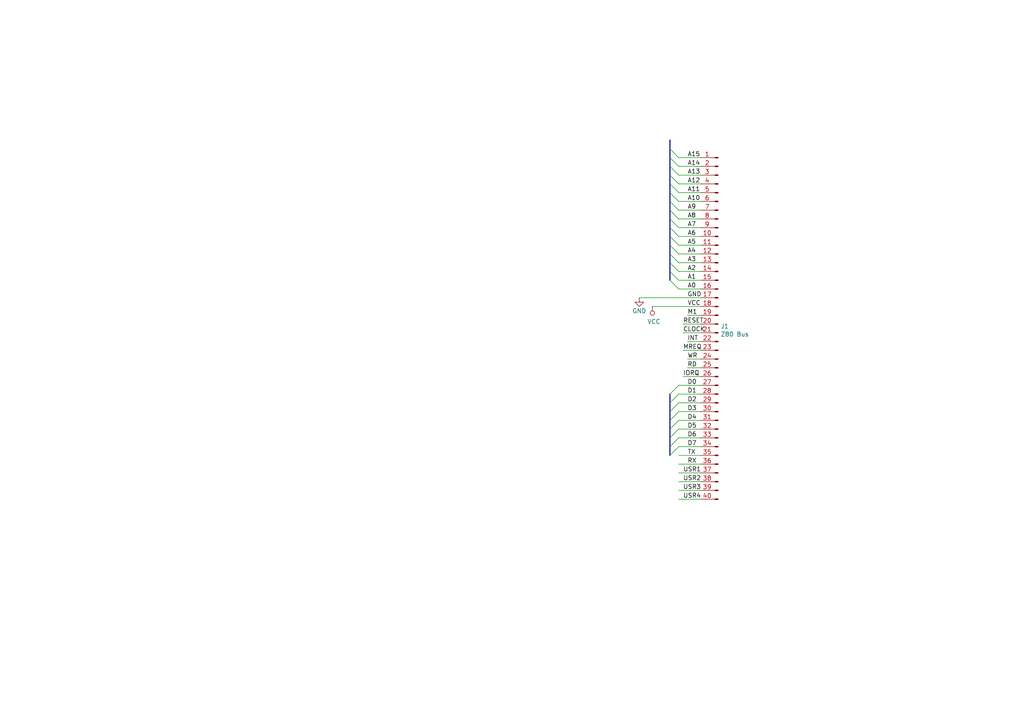
<source format=kicad_sch>
(kicad_sch
	(version 20231120)
	(generator "eeschema")
	(generator_version "8.0")
	(uuid "c69bad52-9433-492e-970b-ecd19f200f0a")
	(paper "A4")
	(title_block
		(title "aZ80 Template")
		(date "10.02.2023")
		(rev "1.0")
		(company "Attraktor e.V.")
		(comment 1 "leere Vorlage für weiter Boards")
		(comment 2 "- not for manufacturing -")
	)
	(lib_symbols
		(symbol "aZ80_Template-rescue:Conn_01x40_Male-Connector"
			(pin_names
				(offset 1.016) hide)
			(exclude_from_sim no)
			(in_bom yes)
			(on_board yes)
			(property "Reference" "J"
				(at 0 50.8 0)
				(effects
					(font
						(size 1.27 1.27)
					)
				)
			)
			(property "Value" "Connector_Conn_01x40_Male"
				(at 0 -53.34 0)
				(effects
					(font
						(size 1.27 1.27)
					)
				)
			)
			(property "Footprint" ""
				(at 0 0 0)
				(effects
					(font
						(size 1.27 1.27)
					)
					(hide yes)
				)
			)
			(property "Datasheet" ""
				(at 0 0 0)
				(effects
					(font
						(size 1.27 1.27)
					)
					(hide yes)
				)
			)
			(property "Description" ""
				(at 0 0 0)
				(effects
					(font
						(size 1.27 1.27)
					)
					(hide yes)
				)
			)
			(property "ki_fp_filters" "Connector*:*_1x??_*"
				(at 0 0 0)
				(effects
					(font
						(size 1.27 1.27)
					)
					(hide yes)
				)
			)
			(symbol "Conn_01x40_Male-Connector_1_1"
				(polyline
					(pts
						(xy 1.27 -50.8) (xy 0.8636 -50.8)
					)
					(stroke
						(width 0.1524)
						(type solid)
					)
					(fill
						(type none)
					)
				)
				(polyline
					(pts
						(xy 1.27 -48.26) (xy 0.8636 -48.26)
					)
					(stroke
						(width 0.1524)
						(type solid)
					)
					(fill
						(type none)
					)
				)
				(polyline
					(pts
						(xy 1.27 -45.72) (xy 0.8636 -45.72)
					)
					(stroke
						(width 0.1524)
						(type solid)
					)
					(fill
						(type none)
					)
				)
				(polyline
					(pts
						(xy 1.27 -43.18) (xy 0.8636 -43.18)
					)
					(stroke
						(width 0.1524)
						(type solid)
					)
					(fill
						(type none)
					)
				)
				(polyline
					(pts
						(xy 1.27 -40.64) (xy 0.8636 -40.64)
					)
					(stroke
						(width 0.1524)
						(type solid)
					)
					(fill
						(type none)
					)
				)
				(polyline
					(pts
						(xy 1.27 -38.1) (xy 0.8636 -38.1)
					)
					(stroke
						(width 0.1524)
						(type solid)
					)
					(fill
						(type none)
					)
				)
				(polyline
					(pts
						(xy 1.27 -35.56) (xy 0.8636 -35.56)
					)
					(stroke
						(width 0.1524)
						(type solid)
					)
					(fill
						(type none)
					)
				)
				(polyline
					(pts
						(xy 1.27 -33.02) (xy 0.8636 -33.02)
					)
					(stroke
						(width 0.1524)
						(type solid)
					)
					(fill
						(type none)
					)
				)
				(polyline
					(pts
						(xy 1.27 -30.48) (xy 0.8636 -30.48)
					)
					(stroke
						(width 0.1524)
						(type solid)
					)
					(fill
						(type none)
					)
				)
				(polyline
					(pts
						(xy 1.27 -27.94) (xy 0.8636 -27.94)
					)
					(stroke
						(width 0.1524)
						(type solid)
					)
					(fill
						(type none)
					)
				)
				(polyline
					(pts
						(xy 1.27 -25.4) (xy 0.8636 -25.4)
					)
					(stroke
						(width 0.1524)
						(type solid)
					)
					(fill
						(type none)
					)
				)
				(polyline
					(pts
						(xy 1.27 -22.86) (xy 0.8636 -22.86)
					)
					(stroke
						(width 0.1524)
						(type solid)
					)
					(fill
						(type none)
					)
				)
				(polyline
					(pts
						(xy 1.27 -20.32) (xy 0.8636 -20.32)
					)
					(stroke
						(width 0.1524)
						(type solid)
					)
					(fill
						(type none)
					)
				)
				(polyline
					(pts
						(xy 1.27 -17.78) (xy 0.8636 -17.78)
					)
					(stroke
						(width 0.1524)
						(type solid)
					)
					(fill
						(type none)
					)
				)
				(polyline
					(pts
						(xy 1.27 -15.24) (xy 0.8636 -15.24)
					)
					(stroke
						(width 0.1524)
						(type solid)
					)
					(fill
						(type none)
					)
				)
				(polyline
					(pts
						(xy 1.27 -12.7) (xy 0.8636 -12.7)
					)
					(stroke
						(width 0.1524)
						(type solid)
					)
					(fill
						(type none)
					)
				)
				(polyline
					(pts
						(xy 1.27 -10.16) (xy 0.8636 -10.16)
					)
					(stroke
						(width 0.1524)
						(type solid)
					)
					(fill
						(type none)
					)
				)
				(polyline
					(pts
						(xy 1.27 -7.62) (xy 0.8636 -7.62)
					)
					(stroke
						(width 0.1524)
						(type solid)
					)
					(fill
						(type none)
					)
				)
				(polyline
					(pts
						(xy 1.27 -5.08) (xy 0.8636 -5.08)
					)
					(stroke
						(width 0.1524)
						(type solid)
					)
					(fill
						(type none)
					)
				)
				(polyline
					(pts
						(xy 1.27 -2.54) (xy 0.8636 -2.54)
					)
					(stroke
						(width 0.1524)
						(type solid)
					)
					(fill
						(type none)
					)
				)
				(polyline
					(pts
						(xy 1.27 0) (xy 0.8636 0)
					)
					(stroke
						(width 0.1524)
						(type solid)
					)
					(fill
						(type none)
					)
				)
				(polyline
					(pts
						(xy 1.27 2.54) (xy 0.8636 2.54)
					)
					(stroke
						(width 0.1524)
						(type solid)
					)
					(fill
						(type none)
					)
				)
				(polyline
					(pts
						(xy 1.27 5.08) (xy 0.8636 5.08)
					)
					(stroke
						(width 0.1524)
						(type solid)
					)
					(fill
						(type none)
					)
				)
				(polyline
					(pts
						(xy 1.27 7.62) (xy 0.8636 7.62)
					)
					(stroke
						(width 0.1524)
						(type solid)
					)
					(fill
						(type none)
					)
				)
				(polyline
					(pts
						(xy 1.27 10.16) (xy 0.8636 10.16)
					)
					(stroke
						(width 0.1524)
						(type solid)
					)
					(fill
						(type none)
					)
				)
				(polyline
					(pts
						(xy 1.27 12.7) (xy 0.8636 12.7)
					)
					(stroke
						(width 0.1524)
						(type solid)
					)
					(fill
						(type none)
					)
				)
				(polyline
					(pts
						(xy 1.27 15.24) (xy 0.8636 15.24)
					)
					(stroke
						(width 0.1524)
						(type solid)
					)
					(fill
						(type none)
					)
				)
				(polyline
					(pts
						(xy 1.27 17.78) (xy 0.8636 17.78)
					)
					(stroke
						(width 0.1524)
						(type solid)
					)
					(fill
						(type none)
					)
				)
				(polyline
					(pts
						(xy 1.27 20.32) (xy 0.8636 20.32)
					)
					(stroke
						(width 0.1524)
						(type solid)
					)
					(fill
						(type none)
					)
				)
				(polyline
					(pts
						(xy 1.27 22.86) (xy 0.8636 22.86)
					)
					(stroke
						(width 0.1524)
						(type solid)
					)
					(fill
						(type none)
					)
				)
				(polyline
					(pts
						(xy 1.27 25.4) (xy 0.8636 25.4)
					)
					(stroke
						(width 0.1524)
						(type solid)
					)
					(fill
						(type none)
					)
				)
				(polyline
					(pts
						(xy 1.27 27.94) (xy 0.8636 27.94)
					)
					(stroke
						(width 0.1524)
						(type solid)
					)
					(fill
						(type none)
					)
				)
				(polyline
					(pts
						(xy 1.27 30.48) (xy 0.8636 30.48)
					)
					(stroke
						(width 0.1524)
						(type solid)
					)
					(fill
						(type none)
					)
				)
				(polyline
					(pts
						(xy 1.27 33.02) (xy 0.8636 33.02)
					)
					(stroke
						(width 0.1524)
						(type solid)
					)
					(fill
						(type none)
					)
				)
				(polyline
					(pts
						(xy 1.27 35.56) (xy 0.8636 35.56)
					)
					(stroke
						(width 0.1524)
						(type solid)
					)
					(fill
						(type none)
					)
				)
				(polyline
					(pts
						(xy 1.27 38.1) (xy 0.8636 38.1)
					)
					(stroke
						(width 0.1524)
						(type solid)
					)
					(fill
						(type none)
					)
				)
				(polyline
					(pts
						(xy 1.27 40.64) (xy 0.8636 40.64)
					)
					(stroke
						(width 0.1524)
						(type solid)
					)
					(fill
						(type none)
					)
				)
				(polyline
					(pts
						(xy 1.27 43.18) (xy 0.8636 43.18)
					)
					(stroke
						(width 0.1524)
						(type solid)
					)
					(fill
						(type none)
					)
				)
				(polyline
					(pts
						(xy 1.27 45.72) (xy 0.8636 45.72)
					)
					(stroke
						(width 0.1524)
						(type solid)
					)
					(fill
						(type none)
					)
				)
				(polyline
					(pts
						(xy 1.27 48.26) (xy 0.8636 48.26)
					)
					(stroke
						(width 0.1524)
						(type solid)
					)
					(fill
						(type none)
					)
				)
				(rectangle
					(start 0.8636 -50.673)
					(end 0 -50.927)
					(stroke
						(width 0.1524)
						(type solid)
					)
					(fill
						(type outline)
					)
				)
				(rectangle
					(start 0.8636 -48.133)
					(end 0 -48.387)
					(stroke
						(width 0.1524)
						(type solid)
					)
					(fill
						(type outline)
					)
				)
				(rectangle
					(start 0.8636 -45.593)
					(end 0 -45.847)
					(stroke
						(width 0.1524)
						(type solid)
					)
					(fill
						(type outline)
					)
				)
				(rectangle
					(start 0.8636 -43.053)
					(end 0 -43.307)
					(stroke
						(width 0.1524)
						(type solid)
					)
					(fill
						(type outline)
					)
				)
				(rectangle
					(start 0.8636 -40.513)
					(end 0 -40.767)
					(stroke
						(width 0.1524)
						(type solid)
					)
					(fill
						(type outline)
					)
				)
				(rectangle
					(start 0.8636 -37.973)
					(end 0 -38.227)
					(stroke
						(width 0.1524)
						(type solid)
					)
					(fill
						(type outline)
					)
				)
				(rectangle
					(start 0.8636 -35.433)
					(end 0 -35.687)
					(stroke
						(width 0.1524)
						(type solid)
					)
					(fill
						(type outline)
					)
				)
				(rectangle
					(start 0.8636 -32.893)
					(end 0 -33.147)
					(stroke
						(width 0.1524)
						(type solid)
					)
					(fill
						(type outline)
					)
				)
				(rectangle
					(start 0.8636 -30.353)
					(end 0 -30.607)
					(stroke
						(width 0.1524)
						(type solid)
					)
					(fill
						(type outline)
					)
				)
				(rectangle
					(start 0.8636 -27.813)
					(end 0 -28.067)
					(stroke
						(width 0.1524)
						(type solid)
					)
					(fill
						(type outline)
					)
				)
				(rectangle
					(start 0.8636 -25.273)
					(end 0 -25.527)
					(stroke
						(width 0.1524)
						(type solid)
					)
					(fill
						(type outline)
					)
				)
				(rectangle
					(start 0.8636 -22.733)
					(end 0 -22.987)
					(stroke
						(width 0.1524)
						(type solid)
					)
					(fill
						(type outline)
					)
				)
				(rectangle
					(start 0.8636 -20.193)
					(end 0 -20.447)
					(stroke
						(width 0.1524)
						(type solid)
					)
					(fill
						(type outline)
					)
				)
				(rectangle
					(start 0.8636 -17.653)
					(end 0 -17.907)
					(stroke
						(width 0.1524)
						(type solid)
					)
					(fill
						(type outline)
					)
				)
				(rectangle
					(start 0.8636 -15.113)
					(end 0 -15.367)
					(stroke
						(width 0.1524)
						(type solid)
					)
					(fill
						(type outline)
					)
				)
				(rectangle
					(start 0.8636 -12.573)
					(end 0 -12.827)
					(stroke
						(width 0.1524)
						(type solid)
					)
					(fill
						(type outline)
					)
				)
				(rectangle
					(start 0.8636 -10.033)
					(end 0 -10.287)
					(stroke
						(width 0.1524)
						(type solid)
					)
					(fill
						(type outline)
					)
				)
				(rectangle
					(start 0.8636 -7.493)
					(end 0 -7.747)
					(stroke
						(width 0.1524)
						(type solid)
					)
					(fill
						(type outline)
					)
				)
				(rectangle
					(start 0.8636 -4.953)
					(end 0 -5.207)
					(stroke
						(width 0.1524)
						(type solid)
					)
					(fill
						(type outline)
					)
				)
				(rectangle
					(start 0.8636 -2.413)
					(end 0 -2.667)
					(stroke
						(width 0.1524)
						(type solid)
					)
					(fill
						(type outline)
					)
				)
				(rectangle
					(start 0.8636 0.127)
					(end 0 -0.127)
					(stroke
						(width 0.1524)
						(type solid)
					)
					(fill
						(type outline)
					)
				)
				(rectangle
					(start 0.8636 2.667)
					(end 0 2.413)
					(stroke
						(width 0.1524)
						(type solid)
					)
					(fill
						(type outline)
					)
				)
				(rectangle
					(start 0.8636 5.207)
					(end 0 4.953)
					(stroke
						(width 0.1524)
						(type solid)
					)
					(fill
						(type outline)
					)
				)
				(rectangle
					(start 0.8636 7.747)
					(end 0 7.493)
					(stroke
						(width 0.1524)
						(type solid)
					)
					(fill
						(type outline)
					)
				)
				(rectangle
					(start 0.8636 10.287)
					(end 0 10.033)
					(stroke
						(width 0.1524)
						(type solid)
					)
					(fill
						(type outline)
					)
				)
				(rectangle
					(start 0.8636 12.827)
					(end 0 12.573)
					(stroke
						(width 0.1524)
						(type solid)
					)
					(fill
						(type outline)
					)
				)
				(rectangle
					(start 0.8636 15.367)
					(end 0 15.113)
					(stroke
						(width 0.1524)
						(type solid)
					)
					(fill
						(type outline)
					)
				)
				(rectangle
					(start 0.8636 17.907)
					(end 0 17.653)
					(stroke
						(width 0.1524)
						(type solid)
					)
					(fill
						(type outline)
					)
				)
				(rectangle
					(start 0.8636 20.447)
					(end 0 20.193)
					(stroke
						(width 0.1524)
						(type solid)
					)
					(fill
						(type outline)
					)
				)
				(rectangle
					(start 0.8636 22.987)
					(end 0 22.733)
					(stroke
						(width 0.1524)
						(type solid)
					)
					(fill
						(type outline)
					)
				)
				(rectangle
					(start 0.8636 25.527)
					(end 0 25.273)
					(stroke
						(width 0.1524)
						(type solid)
					)
					(fill
						(type outline)
					)
				)
				(rectangle
					(start 0.8636 28.067)
					(end 0 27.813)
					(stroke
						(width 0.1524)
						(type solid)
					)
					(fill
						(type outline)
					)
				)
				(rectangle
					(start 0.8636 30.607)
					(end 0 30.353)
					(stroke
						(width 0.1524)
						(type solid)
					)
					(fill
						(type outline)
					)
				)
				(rectangle
					(start 0.8636 33.147)
					(end 0 32.893)
					(stroke
						(width 0.1524)
						(type solid)
					)
					(fill
						(type outline)
					)
				)
				(rectangle
					(start 0.8636 35.687)
					(end 0 35.433)
					(stroke
						(width 0.1524)
						(type solid)
					)
					(fill
						(type outline)
					)
				)
				(rectangle
					(start 0.8636 38.227)
					(end 0 37.973)
					(stroke
						(width 0.1524)
						(type solid)
					)
					(fill
						(type outline)
					)
				)
				(rectangle
					(start 0.8636 40.767)
					(end 0 40.513)
					(stroke
						(width 0.1524)
						(type solid)
					)
					(fill
						(type outline)
					)
				)
				(rectangle
					(start 0.8636 43.307)
					(end 0 43.053)
					(stroke
						(width 0.1524)
						(type solid)
					)
					(fill
						(type outline)
					)
				)
				(rectangle
					(start 0.8636 45.847)
					(end 0 45.593)
					(stroke
						(width 0.1524)
						(type solid)
					)
					(fill
						(type outline)
					)
				)
				(rectangle
					(start 0.8636 48.387)
					(end 0 48.133)
					(stroke
						(width 0.1524)
						(type solid)
					)
					(fill
						(type outline)
					)
				)
				(pin passive line
					(at 5.08 48.26 180)
					(length 3.81)
					(name "Pin_1"
						(effects
							(font
								(size 1.27 1.27)
							)
						)
					)
					(number "1"
						(effects
							(font
								(size 1.27 1.27)
							)
						)
					)
				)
				(pin passive line
					(at 5.08 25.4 180)
					(length 3.81)
					(name "Pin_10"
						(effects
							(font
								(size 1.27 1.27)
							)
						)
					)
					(number "10"
						(effects
							(font
								(size 1.27 1.27)
							)
						)
					)
				)
				(pin passive line
					(at 5.08 22.86 180)
					(length 3.81)
					(name "Pin_11"
						(effects
							(font
								(size 1.27 1.27)
							)
						)
					)
					(number "11"
						(effects
							(font
								(size 1.27 1.27)
							)
						)
					)
				)
				(pin passive line
					(at 5.08 20.32 180)
					(length 3.81)
					(name "Pin_12"
						(effects
							(font
								(size 1.27 1.27)
							)
						)
					)
					(number "12"
						(effects
							(font
								(size 1.27 1.27)
							)
						)
					)
				)
				(pin passive line
					(at 5.08 17.78 180)
					(length 3.81)
					(name "Pin_13"
						(effects
							(font
								(size 1.27 1.27)
							)
						)
					)
					(number "13"
						(effects
							(font
								(size 1.27 1.27)
							)
						)
					)
				)
				(pin passive line
					(at 5.08 15.24 180)
					(length 3.81)
					(name "Pin_14"
						(effects
							(font
								(size 1.27 1.27)
							)
						)
					)
					(number "14"
						(effects
							(font
								(size 1.27 1.27)
							)
						)
					)
				)
				(pin passive line
					(at 5.08 12.7 180)
					(length 3.81)
					(name "Pin_15"
						(effects
							(font
								(size 1.27 1.27)
							)
						)
					)
					(number "15"
						(effects
							(font
								(size 1.27 1.27)
							)
						)
					)
				)
				(pin passive line
					(at 5.08 10.16 180)
					(length 3.81)
					(name "Pin_16"
						(effects
							(font
								(size 1.27 1.27)
							)
						)
					)
					(number "16"
						(effects
							(font
								(size 1.27 1.27)
							)
						)
					)
				)
				(pin passive line
					(at 5.08 7.62 180)
					(length 3.81)
					(name "Pin_17"
						(effects
							(font
								(size 1.27 1.27)
							)
						)
					)
					(number "17"
						(effects
							(font
								(size 1.27 1.27)
							)
						)
					)
				)
				(pin passive line
					(at 5.08 5.08 180)
					(length 3.81)
					(name "Pin_18"
						(effects
							(font
								(size 1.27 1.27)
							)
						)
					)
					(number "18"
						(effects
							(font
								(size 1.27 1.27)
							)
						)
					)
				)
				(pin passive line
					(at 5.08 2.54 180)
					(length 3.81)
					(name "Pin_19"
						(effects
							(font
								(size 1.27 1.27)
							)
						)
					)
					(number "19"
						(effects
							(font
								(size 1.27 1.27)
							)
						)
					)
				)
				(pin passive line
					(at 5.08 45.72 180)
					(length 3.81)
					(name "Pin_2"
						(effects
							(font
								(size 1.27 1.27)
							)
						)
					)
					(number "2"
						(effects
							(font
								(size 1.27 1.27)
							)
						)
					)
				)
				(pin passive line
					(at 5.08 0 180)
					(length 3.81)
					(name "Pin_20"
						(effects
							(font
								(size 1.27 1.27)
							)
						)
					)
					(number "20"
						(effects
							(font
								(size 1.27 1.27)
							)
						)
					)
				)
				(pin passive line
					(at 5.08 -2.54 180)
					(length 3.81)
					(name "Pin_21"
						(effects
							(font
								(size 1.27 1.27)
							)
						)
					)
					(number "21"
						(effects
							(font
								(size 1.27 1.27)
							)
						)
					)
				)
				(pin passive line
					(at 5.08 -5.08 180)
					(length 3.81)
					(name "Pin_22"
						(effects
							(font
								(size 1.27 1.27)
							)
						)
					)
					(number "22"
						(effects
							(font
								(size 1.27 1.27)
							)
						)
					)
				)
				(pin passive line
					(at 5.08 -7.62 180)
					(length 3.81)
					(name "Pin_23"
						(effects
							(font
								(size 1.27 1.27)
							)
						)
					)
					(number "23"
						(effects
							(font
								(size 1.27 1.27)
							)
						)
					)
				)
				(pin passive line
					(at 5.08 -10.16 180)
					(length 3.81)
					(name "Pin_24"
						(effects
							(font
								(size 1.27 1.27)
							)
						)
					)
					(number "24"
						(effects
							(font
								(size 1.27 1.27)
							)
						)
					)
				)
				(pin passive line
					(at 5.08 -12.7 180)
					(length 3.81)
					(name "Pin_25"
						(effects
							(font
								(size 1.27 1.27)
							)
						)
					)
					(number "25"
						(effects
							(font
								(size 1.27 1.27)
							)
						)
					)
				)
				(pin passive line
					(at 5.08 -15.24 180)
					(length 3.81)
					(name "Pin_26"
						(effects
							(font
								(size 1.27 1.27)
							)
						)
					)
					(number "26"
						(effects
							(font
								(size 1.27 1.27)
							)
						)
					)
				)
				(pin passive line
					(at 5.08 -17.78 180)
					(length 3.81)
					(name "Pin_27"
						(effects
							(font
								(size 1.27 1.27)
							)
						)
					)
					(number "27"
						(effects
							(font
								(size 1.27 1.27)
							)
						)
					)
				)
				(pin passive line
					(at 5.08 -20.32 180)
					(length 3.81)
					(name "Pin_28"
						(effects
							(font
								(size 1.27 1.27)
							)
						)
					)
					(number "28"
						(effects
							(font
								(size 1.27 1.27)
							)
						)
					)
				)
				(pin passive line
					(at 5.08 -22.86 180)
					(length 3.81)
					(name "Pin_29"
						(effects
							(font
								(size 1.27 1.27)
							)
						)
					)
					(number "29"
						(effects
							(font
								(size 1.27 1.27)
							)
						)
					)
				)
				(pin passive line
					(at 5.08 43.18 180)
					(length 3.81)
					(name "Pin_3"
						(effects
							(font
								(size 1.27 1.27)
							)
						)
					)
					(number "3"
						(effects
							(font
								(size 1.27 1.27)
							)
						)
					)
				)
				(pin passive line
					(at 5.08 -25.4 180)
					(length 3.81)
					(name "Pin_30"
						(effects
							(font
								(size 1.27 1.27)
							)
						)
					)
					(number "30"
						(effects
							(font
								(size 1.27 1.27)
							)
						)
					)
				)
				(pin passive line
					(at 5.08 -27.94 180)
					(length 3.81)
					(name "Pin_31"
						(effects
							(font
								(size 1.27 1.27)
							)
						)
					)
					(number "31"
						(effects
							(font
								(size 1.27 1.27)
							)
						)
					)
				)
				(pin passive line
					(at 5.08 -30.48 180)
					(length 3.81)
					(name "Pin_32"
						(effects
							(font
								(size 1.27 1.27)
							)
						)
					)
					(number "32"
						(effects
							(font
								(size 1.27 1.27)
							)
						)
					)
				)
				(pin passive line
					(at 5.08 -33.02 180)
					(length 3.81)
					(name "Pin_33"
						(effects
							(font
								(size 1.27 1.27)
							)
						)
					)
					(number "33"
						(effects
							(font
								(size 1.27 1.27)
							)
						)
					)
				)
				(pin passive line
					(at 5.08 -35.56 180)
					(length 3.81)
					(name "Pin_34"
						(effects
							(font
								(size 1.27 1.27)
							)
						)
					)
					(number "34"
						(effects
							(font
								(size 1.27 1.27)
							)
						)
					)
				)
				(pin passive line
					(at 5.08 -38.1 180)
					(length 3.81)
					(name "Pin_35"
						(effects
							(font
								(size 1.27 1.27)
							)
						)
					)
					(number "35"
						(effects
							(font
								(size 1.27 1.27)
							)
						)
					)
				)
				(pin passive line
					(at 5.08 -40.64 180)
					(length 3.81)
					(name "Pin_36"
						(effects
							(font
								(size 1.27 1.27)
							)
						)
					)
					(number "36"
						(effects
							(font
								(size 1.27 1.27)
							)
						)
					)
				)
				(pin passive line
					(at 5.08 -43.18 180)
					(length 3.81)
					(name "Pin_37"
						(effects
							(font
								(size 1.27 1.27)
							)
						)
					)
					(number "37"
						(effects
							(font
								(size 1.27 1.27)
							)
						)
					)
				)
				(pin passive line
					(at 5.08 -45.72 180)
					(length 3.81)
					(name "Pin_38"
						(effects
							(font
								(size 1.27 1.27)
							)
						)
					)
					(number "38"
						(effects
							(font
								(size 1.27 1.27)
							)
						)
					)
				)
				(pin passive line
					(at 5.08 -48.26 180)
					(length 3.81)
					(name "Pin_39"
						(effects
							(font
								(size 1.27 1.27)
							)
						)
					)
					(number "39"
						(effects
							(font
								(size 1.27 1.27)
							)
						)
					)
				)
				(pin passive line
					(at 5.08 40.64 180)
					(length 3.81)
					(name "Pin_4"
						(effects
							(font
								(size 1.27 1.27)
							)
						)
					)
					(number "4"
						(effects
							(font
								(size 1.27 1.27)
							)
						)
					)
				)
				(pin passive line
					(at 5.08 -50.8 180)
					(length 3.81)
					(name "Pin_40"
						(effects
							(font
								(size 1.27 1.27)
							)
						)
					)
					(number "40"
						(effects
							(font
								(size 1.27 1.27)
							)
						)
					)
				)
				(pin passive line
					(at 5.08 38.1 180)
					(length 3.81)
					(name "Pin_5"
						(effects
							(font
								(size 1.27 1.27)
							)
						)
					)
					(number "5"
						(effects
							(font
								(size 1.27 1.27)
							)
						)
					)
				)
				(pin passive line
					(at 5.08 35.56 180)
					(length 3.81)
					(name "Pin_6"
						(effects
							(font
								(size 1.27 1.27)
							)
						)
					)
					(number "6"
						(effects
							(font
								(size 1.27 1.27)
							)
						)
					)
				)
				(pin passive line
					(at 5.08 33.02 180)
					(length 3.81)
					(name "Pin_7"
						(effects
							(font
								(size 1.27 1.27)
							)
						)
					)
					(number "7"
						(effects
							(font
								(size 1.27 1.27)
							)
						)
					)
				)
				(pin passive line
					(at 5.08 30.48 180)
					(length 3.81)
					(name "Pin_8"
						(effects
							(font
								(size 1.27 1.27)
							)
						)
					)
					(number "8"
						(effects
							(font
								(size 1.27 1.27)
							)
						)
					)
				)
				(pin passive line
					(at 5.08 27.94 180)
					(length 3.81)
					(name "Pin_9"
						(effects
							(font
								(size 1.27 1.27)
							)
						)
					)
					(number "9"
						(effects
							(font
								(size 1.27 1.27)
							)
						)
					)
				)
			)
		)
		(symbol "aZ80_Template-rescue:GND-power"
			(power)
			(pin_names
				(offset 0)
			)
			(exclude_from_sim no)
			(in_bom yes)
			(on_board yes)
			(property "Reference" "#PWR"
				(at 0 -6.35 0)
				(effects
					(font
						(size 1.27 1.27)
					)
					(hide yes)
				)
			)
			(property "Value" "power_GND"
				(at 0 -3.81 0)
				(effects
					(font
						(size 1.27 1.27)
					)
				)
			)
			(property "Footprint" ""
				(at 0 0 0)
				(effects
					(font
						(size 1.27 1.27)
					)
					(hide yes)
				)
			)
			(property "Datasheet" ""
				(at 0 0 0)
				(effects
					(font
						(size 1.27 1.27)
					)
					(hide yes)
				)
			)
			(property "Description" ""
				(at 0 0 0)
				(effects
					(font
						(size 1.27 1.27)
					)
					(hide yes)
				)
			)
			(symbol "GND-power_0_1"
				(polyline
					(pts
						(xy 0 0) (xy 0 -1.27) (xy 1.27 -1.27) (xy 0 -2.54) (xy -1.27 -1.27) (xy 0 -1.27)
					)
					(stroke
						(width 0)
						(type solid)
					)
					(fill
						(type none)
					)
				)
			)
			(symbol "GND-power_1_1"
				(pin power_in line
					(at 0 0 270)
					(length 0) hide
					(name "GND"
						(effects
							(font
								(size 1.27 1.27)
							)
						)
					)
					(number "1"
						(effects
							(font
								(size 1.27 1.27)
							)
						)
					)
				)
			)
		)
		(symbol "aZ80_Template-rescue:VCC-power"
			(power)
			(pin_names
				(offset 0)
			)
			(exclude_from_sim no)
			(in_bom yes)
			(on_board yes)
			(property "Reference" "#PWR"
				(at 0 -3.81 0)
				(effects
					(font
						(size 1.27 1.27)
					)
					(hide yes)
				)
			)
			(property "Value" "power_VCC"
				(at 0 3.81 0)
				(effects
					(font
						(size 1.27 1.27)
					)
				)
			)
			(property "Footprint" ""
				(at 0 0 0)
				(effects
					(font
						(size 1.27 1.27)
					)
					(hide yes)
				)
			)
			(property "Datasheet" ""
				(at 0 0 0)
				(effects
					(font
						(size 1.27 1.27)
					)
					(hide yes)
				)
			)
			(property "Description" ""
				(at 0 0 0)
				(effects
					(font
						(size 1.27 1.27)
					)
					(hide yes)
				)
			)
			(symbol "VCC-power_0_1"
				(polyline
					(pts
						(xy 0 0) (xy 0 1.27)
					)
					(stroke
						(width 0)
						(type solid)
					)
					(fill
						(type none)
					)
				)
				(circle
					(center 0 1.905)
					(radius 0.635)
					(stroke
						(width 0)
						(type solid)
					)
					(fill
						(type none)
					)
				)
			)
			(symbol "VCC-power_1_1"
				(pin power_in line
					(at 0 0 90)
					(length 0) hide
					(name "VCC"
						(effects
							(font
								(size 1.27 1.27)
							)
						)
					)
					(number "1"
						(effects
							(font
								(size 1.27 1.27)
							)
						)
					)
				)
			)
		)
	)
	(bus_entry
		(at 194.31 116.84)
		(size 2.54 -2.54)
		(stroke
			(width 0)
			(type default)
		)
		(uuid "02ed7bff-a375-4e82-8a22-b916d1147e7d")
	)
	(bus_entry
		(at 194.31 60.96)
		(size 2.54 2.54)
		(stroke
			(width 0)
			(type default)
		)
		(uuid "04b0434d-23b9-4860-bb8f-a83df2c630fc")
	)
	(bus_entry
		(at 194.31 45.72)
		(size 2.54 2.54)
		(stroke
			(width 0)
			(type default)
		)
		(uuid "10d6079f-3fa3-4fbe-bcb0-672d8c6320df")
	)
	(bus_entry
		(at 194.31 63.5)
		(size 2.54 2.54)
		(stroke
			(width 0)
			(type default)
		)
		(uuid "1bf452c4-1f41-413e-9bc0-eadd2a493a5d")
	)
	(bus_entry
		(at 194.31 119.38)
		(size 2.54 -2.54)
		(stroke
			(width 0)
			(type default)
		)
		(uuid "30de5b96-9d18-4843-b7ac-81f15691433d")
	)
	(bus_entry
		(at 194.31 129.54)
		(size 2.54 -2.54)
		(stroke
			(width 0)
			(type default)
		)
		(uuid "489d6ded-33b7-4dbd-b4b5-bc199ce21e22")
	)
	(bus_entry
		(at 194.31 50.8)
		(size 2.54 2.54)
		(stroke
			(width 0)
			(type default)
		)
		(uuid "61a703d7-488c-4869-8154-5ef43caa5eca")
	)
	(bus_entry
		(at 194.31 66.04)
		(size 2.54 2.54)
		(stroke
			(width 0)
			(type default)
		)
		(uuid "62b2d8ed-1862-48b0-a84c-c0aabf016a30")
	)
	(bus_entry
		(at 194.31 76.2)
		(size 2.54 2.54)
		(stroke
			(width 0)
			(type default)
		)
		(uuid "7456de38-092e-4d6f-94e8-20821d9d3af5")
	)
	(bus_entry
		(at 196.85 129.54)
		(size -2.54 2.54)
		(stroke
			(width 0)
			(type default)
		)
		(uuid "77f6daaf-c2a3-4dbb-a0d6-5872cc48f98d")
	)
	(bus_entry
		(at 194.31 58.42)
		(size 2.54 2.54)
		(stroke
			(width 0)
			(type default)
		)
		(uuid "9179650a-aba5-40ab-a609-2d23b4004075")
	)
	(bus_entry
		(at 194.31 43.18)
		(size 2.54 2.54)
		(stroke
			(width 0)
			(type default)
		)
		(uuid "9e06f840-f985-44d7-8159-6744ed6278ee")
	)
	(bus_entry
		(at 194.31 124.46)
		(size 2.54 -2.54)
		(stroke
			(width 0)
			(type default)
		)
		(uuid "b2ea56ba-071b-484d-adc7-77bda139b665")
	)
	(bus_entry
		(at 194.31 78.74)
		(size 2.54 2.54)
		(stroke
			(width 0)
			(type default)
		)
		(uuid "b328245f-514f-4037-851f-bc2909f9efd5")
	)
	(bus_entry
		(at 194.31 48.26)
		(size 2.54 2.54)
		(stroke
			(width 0)
			(type default)
		)
		(uuid "c65aa0ce-2a9c-45d9-9922-ee64366aec28")
	)
	(bus_entry
		(at 194.31 68.58)
		(size 2.54 2.54)
		(stroke
			(width 0)
			(type default)
		)
		(uuid "ca629d36-292d-488d-bd64-5670effb96e7")
	)
	(bus_entry
		(at 194.31 127)
		(size 2.54 -2.54)
		(stroke
			(width 0)
			(type default)
		)
		(uuid "cb86e3c6-1fd7-4ebc-b4bf-3210c9e6a74e")
	)
	(bus_entry
		(at 194.31 121.92)
		(size 2.54 -2.54)
		(stroke
			(width 0)
			(type default)
		)
		(uuid "ce330429-f00e-4074-9036-5e8f4a06121a")
	)
	(bus_entry
		(at 194.31 81.28)
		(size 2.54 2.54)
		(stroke
			(width 0)
			(type default)
		)
		(uuid "d2428484-527a-44d4-a353-14108b4a8906")
	)
	(bus_entry
		(at 194.31 73.66)
		(size 2.54 2.54)
		(stroke
			(width 0)
			(type default)
		)
		(uuid "d7180d0a-f3c4-46d0-b56c-bd78ae8ed41f")
	)
	(bus_entry
		(at 194.31 53.34)
		(size 2.54 2.54)
		(stroke
			(width 0)
			(type default)
		)
		(uuid "e75dd59a-ce7f-468b-abcc-f603b4372d0d")
	)
	(bus_entry
		(at 194.31 71.12)
		(size 2.54 2.54)
		(stroke
			(width 0)
			(type default)
		)
		(uuid "e7fb7462-7462-4af5-aa19-bcb5d66d55f5")
	)
	(bus_entry
		(at 194.31 55.88)
		(size 2.54 2.54)
		(stroke
			(width 0)
			(type default)
		)
		(uuid "e81b9326-6932-45ef-8c5c-b094cd4654d8")
	)
	(bus_entry
		(at 194.31 114.3)
		(size 2.54 -2.54)
		(stroke
			(width 0)
			(type default)
		)
		(uuid "eb359f7a-0740-428a-b21c-425af58c372d")
	)
	(wire
		(pts
			(xy 203.2 134.62) (xy 196.85 134.62)
		)
		(stroke
			(width 0)
			(type default)
		)
		(uuid "036f2312-b68c-43d5-898b-f6ada04ab2cd")
	)
	(wire
		(pts
			(xy 203.2 66.04) (xy 196.85 66.04)
		)
		(stroke
			(width 0)
			(type default)
		)
		(uuid "04d077ca-6710-441b-b72d-1eec93664a3e")
	)
	(bus
		(pts
			(xy 194.31 60.96) (xy 194.31 63.5)
		)
		(stroke
			(width 0)
			(type default)
		)
		(uuid "0ad64a38-8df5-46a2-b452-f096e869a7e9")
	)
	(bus
		(pts
			(xy 194.31 114.3) (xy 194.31 116.84)
		)
		(stroke
			(width 0)
			(type default)
		)
		(uuid "10343592-37ed-458c-9b04-24d863075603")
	)
	(wire
		(pts
			(xy 203.2 127) (xy 196.85 127)
		)
		(stroke
			(width 0)
			(type default)
		)
		(uuid "1081c073-4c8c-4a94-9e6b-3aeacc4cafd8")
	)
	(bus
		(pts
			(xy 194.31 116.84) (xy 194.31 119.38)
		)
		(stroke
			(width 0)
			(type default)
		)
		(uuid "121836de-7e94-4c6d-8d95-e257ac16cbaf")
	)
	(bus
		(pts
			(xy 194.31 43.18) (xy 194.31 45.72)
		)
		(stroke
			(width 0)
			(type default)
		)
		(uuid "14224340-2dba-4c93-a8af-b15498bcd050")
	)
	(wire
		(pts
			(xy 203.2 124.46) (xy 196.85 124.46)
		)
		(stroke
			(width 0)
			(type default)
		)
		(uuid "14e080ba-fdd0-4715-b455-c33af664ff87")
	)
	(bus
		(pts
			(xy 194.31 78.74) (xy 194.31 81.28)
		)
		(stroke
			(width 0)
			(type default)
		)
		(uuid "1664d916-802b-4a2f-b98c-00c307e89f06")
	)
	(wire
		(pts
			(xy 203.2 76.2) (xy 196.85 76.2)
		)
		(stroke
			(width 0)
			(type default)
		)
		(uuid "17eb339e-ccb2-4a5d-a22b-11807575553c")
	)
	(wire
		(pts
			(xy 203.2 119.38) (xy 196.85 119.38)
		)
		(stroke
			(width 0)
			(type default)
		)
		(uuid "1a14f58e-28c8-4e26-9cda-835e4629a28d")
	)
	(wire
		(pts
			(xy 189.23 88.9) (xy 203.2 88.9)
		)
		(stroke
			(width 0)
			(type default)
		)
		(uuid "25049244-9a70-4dce-aa30-3f85fc2f7d7f")
	)
	(wire
		(pts
			(xy 203.2 132.08) (xy 196.85 132.08)
		)
		(stroke
			(width 0)
			(type default)
		)
		(uuid "29b582f6-e49a-48f7-a689-80a2d1702a6f")
	)
	(bus
		(pts
			(xy 194.31 58.42) (xy 194.31 60.96)
		)
		(stroke
			(width 0)
			(type default)
		)
		(uuid "30bfd9bc-e4a7-4182-9b31-904647ca8729")
	)
	(wire
		(pts
			(xy 203.2 71.12) (xy 196.85 71.12)
		)
		(stroke
			(width 0)
			(type default)
		)
		(uuid "36d77656-403c-4eef-b4db-eaa03ab5631f")
	)
	(bus
		(pts
			(xy 194.31 68.58) (xy 194.31 71.12)
		)
		(stroke
			(width 0)
			(type default)
		)
		(uuid "40b5a132-7e92-48fc-bee6-604636b949e3")
	)
	(wire
		(pts
			(xy 203.2 55.88) (xy 196.85 55.88)
		)
		(stroke
			(width 0)
			(type default)
		)
		(uuid "42a936cb-0585-4107-a210-c5dfcfdf9618")
	)
	(bus
		(pts
			(xy 194.31 71.12) (xy 194.31 73.66)
		)
		(stroke
			(width 0)
			(type default)
		)
		(uuid "44f9b4be-aca9-459f-be47-8689fa6ee64b")
	)
	(wire
		(pts
			(xy 203.2 109.22) (xy 198.12 109.22)
		)
		(stroke
			(width 0)
			(type default)
		)
		(uuid "46f69944-5e52-4778-a103-e7e0e35391d5")
	)
	(wire
		(pts
			(xy 203.2 60.96) (xy 196.85 60.96)
		)
		(stroke
			(width 0)
			(type default)
		)
		(uuid "4925c3d6-1c97-41ee-96e9-779802bece00")
	)
	(wire
		(pts
			(xy 203.2 81.28) (xy 196.85 81.28)
		)
		(stroke
			(width 0)
			(type default)
		)
		(uuid "4b5dac7e-4059-4acd-80d6-c3a674817f88")
	)
	(wire
		(pts
			(xy 203.2 68.58) (xy 196.85 68.58)
		)
		(stroke
			(width 0)
			(type default)
		)
		(uuid "52dd0efd-ba10-4452-9bee-f4fbfae45545")
	)
	(wire
		(pts
			(xy 203.2 45.72) (xy 196.85 45.72)
		)
		(stroke
			(width 0)
			(type default)
		)
		(uuid "54289fac-0750-486b-91b5-4f3aa883fff9")
	)
	(bus
		(pts
			(xy 194.31 53.34) (xy 194.31 55.88)
		)
		(stroke
			(width 0)
			(type default)
		)
		(uuid "57dc3aea-e3ed-46bd-a832-2b3a2d816cec")
	)
	(wire
		(pts
			(xy 203.2 106.68) (xy 199.39 106.68)
		)
		(stroke
			(width 0)
			(type default)
		)
		(uuid "60ff9e0b-c23c-4789-8a61-dcb9c88de095")
	)
	(bus
		(pts
			(xy 194.31 66.04) (xy 194.31 68.58)
		)
		(stroke
			(width 0)
			(type default)
		)
		(uuid "62a6c0aa-e7e5-43a3-a219-20374906ae15")
	)
	(wire
		(pts
			(xy 203.2 78.74) (xy 196.85 78.74)
		)
		(stroke
			(width 0)
			(type default)
		)
		(uuid "62ad29d8-f74d-4dab-b6c5-784fd4903ce2")
	)
	(bus
		(pts
			(xy 194.31 40.64) (xy 194.31 43.18)
		)
		(stroke
			(width 0)
			(type default)
		)
		(uuid "6646b917-008d-4496-9556-4287f4017564")
	)
	(bus
		(pts
			(xy 194.31 63.5) (xy 194.31 66.04)
		)
		(stroke
			(width 0)
			(type default)
		)
		(uuid "6812dd40-eb30-46df-b52b-207e4acdfb72")
	)
	(wire
		(pts
			(xy 203.2 50.8) (xy 196.85 50.8)
		)
		(stroke
			(width 0)
			(type default)
		)
		(uuid "706272de-fb91-4fe9-9466-4492a668a8f7")
	)
	(wire
		(pts
			(xy 203.2 58.42) (xy 196.85 58.42)
		)
		(stroke
			(width 0)
			(type default)
		)
		(uuid "74323714-1864-4f2a-b8c0-fdcd912b745f")
	)
	(wire
		(pts
			(xy 203.2 104.14) (xy 199.39 104.14)
		)
		(stroke
			(width 0)
			(type default)
		)
		(uuid "88429180-800d-47ca-8343-da2a6f1b1fb5")
	)
	(bus
		(pts
			(xy 194.31 127) (xy 194.31 129.54)
		)
		(stroke
			(width 0)
			(type default)
		)
		(uuid "88e39d05-c53c-4aae-a3c4-54036b00ece9")
	)
	(wire
		(pts
			(xy 203.2 111.76) (xy 196.85 111.76)
		)
		(stroke
			(width 0)
			(type default)
		)
		(uuid "8ad9269e-3d64-4b9f-b623-136e0a205c6b")
	)
	(wire
		(pts
			(xy 203.2 63.5) (xy 196.85 63.5)
		)
		(stroke
			(width 0)
			(type default)
		)
		(uuid "8d9f2af9-0316-4239-bfcd-d5e52d09612b")
	)
	(wire
		(pts
			(xy 203.2 101.6) (xy 198.12 101.6)
		)
		(stroke
			(width 0)
			(type default)
		)
		(uuid "97438a89-888e-4703-ab49-10b52789702e")
	)
	(wire
		(pts
			(xy 203.2 53.34) (xy 196.85 53.34)
		)
		(stroke
			(width 0)
			(type default)
		)
		(uuid "9aab96be-7b65-4145-8458-6a5ddb473d8c")
	)
	(wire
		(pts
			(xy 203.2 144.78) (xy 196.85 144.78)
		)
		(stroke
			(width 0)
			(type default)
		)
		(uuid "9b3bfee8-5afa-4560-98ed-31937f147d02")
	)
	(bus
		(pts
			(xy 194.31 48.26) (xy 194.31 50.8)
		)
		(stroke
			(width 0)
			(type default)
		)
		(uuid "9b84febe-9bf4-488f-9119-18d001436d19")
	)
	(wire
		(pts
			(xy 203.2 73.66) (xy 196.85 73.66)
		)
		(stroke
			(width 0)
			(type default)
		)
		(uuid "9ba4720e-765f-46c6-8a8e-051dfb148828")
	)
	(wire
		(pts
			(xy 203.2 48.26) (xy 196.85 48.26)
		)
		(stroke
			(width 0)
			(type default)
		)
		(uuid "9e6cdd83-70aa-4060-a20b-157cedcb45d2")
	)
	(wire
		(pts
			(xy 203.2 137.16) (xy 196.85 137.16)
		)
		(stroke
			(width 0)
			(type default)
		)
		(uuid "acf1245a-40d0-4026-aa32-96153378776c")
	)
	(bus
		(pts
			(xy 194.31 129.54) (xy 194.31 132.08)
		)
		(stroke
			(width 0)
			(type default)
		)
		(uuid "ada5b6bf-d365-4753-bc61-c452049ace62")
	)
	(wire
		(pts
			(xy 203.2 83.82) (xy 196.85 83.82)
		)
		(stroke
			(width 0)
			(type default)
		)
		(uuid "ae3d9267-7ca7-4f43-9567-934827529c52")
	)
	(bus
		(pts
			(xy 194.31 121.92) (xy 194.31 124.46)
		)
		(stroke
			(width 0)
			(type default)
		)
		(uuid "aefd2223-aeb2-45a2-bd98-f46b9e9133f6")
	)
	(bus
		(pts
			(xy 194.31 73.66) (xy 194.31 76.2)
		)
		(stroke
			(width 0)
			(type default)
		)
		(uuid "af2d95a9-e9a7-450c-a25a-9bc9f191e534")
	)
	(wire
		(pts
			(xy 185.42 86.36) (xy 203.2 86.36)
		)
		(stroke
			(width 0)
			(type default)
		)
		(uuid "b12ef98c-3924-4ec3-b57a-f49956f6e641")
	)
	(wire
		(pts
			(xy 203.2 129.54) (xy 196.85 129.54)
		)
		(stroke
			(width 0)
			(type default)
		)
		(uuid "b29f2bc2-0ef7-46cd-acb0-d1407cacbef7")
	)
	(bus
		(pts
			(xy 194.31 50.8) (xy 194.31 53.34)
		)
		(stroke
			(width 0)
			(type default)
		)
		(uuid "b41533e1-7ca6-409b-a9e7-7ef9e84fc286")
	)
	(wire
		(pts
			(xy 203.2 96.52) (xy 198.12 96.52)
		)
		(stroke
			(width 0)
			(type default)
		)
		(uuid "b9887237-0639-4530-aed3-f91bd57a19e4")
	)
	(wire
		(pts
			(xy 203.2 93.98) (xy 198.12 93.98)
		)
		(stroke
			(width 0)
			(type default)
		)
		(uuid "baf69907-8c7f-4f42-b02f-eb6cbb2aab7a")
	)
	(bus
		(pts
			(xy 194.31 124.46) (xy 194.31 127)
		)
		(stroke
			(width 0)
			(type default)
		)
		(uuid "bcb66969-fdab-4e6d-ace6-50052c1b3ac7")
	)
	(wire
		(pts
			(xy 203.2 116.84) (xy 196.85 116.84)
		)
		(stroke
			(width 0)
			(type default)
		)
		(uuid "c1ace91a-6225-4ec6-9ac2-4df8aca95e7b")
	)
	(wire
		(pts
			(xy 203.2 142.24) (xy 196.85 142.24)
		)
		(stroke
			(width 0)
			(type default)
		)
		(uuid "c25f0a51-13d6-47f8-be2a-187114cd5d9b")
	)
	(bus
		(pts
			(xy 194.31 45.72) (xy 194.31 48.26)
		)
		(stroke
			(width 0)
			(type default)
		)
		(uuid "ca959af6-641b-40ae-b33c-ac22457df970")
	)
	(wire
		(pts
			(xy 203.2 91.44) (xy 199.39 91.44)
		)
		(stroke
			(width 0)
			(type default)
		)
		(uuid "cd42ecbb-951b-4a3e-93db-92a92dbe38ca")
	)
	(bus
		(pts
			(xy 194.31 119.38) (xy 194.31 121.92)
		)
		(stroke
			(width 0)
			(type default)
		)
		(uuid "cdc65b9b-9437-4fd2-8baa-aa0d1e9ac7ca")
	)
	(bus
		(pts
			(xy 194.31 55.88) (xy 194.31 58.42)
		)
		(stroke
			(width 0)
			(type default)
		)
		(uuid "d7c987e2-1ba4-462a-a652-18b4d1b2455f")
	)
	(wire
		(pts
			(xy 203.2 114.3) (xy 196.85 114.3)
		)
		(stroke
			(width 0)
			(type default)
		)
		(uuid "e75b544d-a6d9-42ae-b2fe-45a6724cefcb")
	)
	(wire
		(pts
			(xy 203.2 139.7) (xy 196.85 139.7)
		)
		(stroke
			(width 0)
			(type default)
		)
		(uuid "e8f3255c-4bbb-4668-ad25-7ffa3b199342")
	)
	(bus
		(pts
			(xy 194.31 76.2) (xy 194.31 78.74)
		)
		(stroke
			(width 0)
			(type default)
		)
		(uuid "e9f0134c-405f-4c0e-9453-801f8591c7ff")
	)
	(wire
		(pts
			(xy 203.2 99.06) (xy 199.39 99.06)
		)
		(stroke
			(width 0)
			(type default)
		)
		(uuid "f1f68dc1-b948-4023-90a3-0cdf34b30cb6")
	)
	(wire
		(pts
			(xy 203.2 121.92) (xy 196.85 121.92)
		)
		(stroke
			(width 0)
			(type default)
		)
		(uuid "ff4c1528-9e90-433d-ae0b-d700826853fb")
	)
	(label "A13"
		(at 199.39 50.8 0)
		(effects
			(font
				(size 1.27 1.27)
			)
			(justify left bottom)
		)
		(uuid "062b99a4-b2b8-4223-a443-301dadce8006")
	)
	(label "A0"
		(at 199.39 83.82 0)
		(effects
			(font
				(size 1.27 1.27)
			)
			(justify left bottom)
		)
		(uuid "092621d3-19ad-4a32-80f1-7db02f0fbebb")
	)
	(label "RX"
		(at 199.39 134.62 0)
		(effects
			(font
				(size 1.27 1.27)
			)
			(justify left bottom)
		)
		(uuid "09edefc0-ac7e-4fb7-9df2-940442336dbf")
	)
	(label "D2"
		(at 199.39 116.84 0)
		(effects
			(font
				(size 1.27 1.27)
			)
			(justify left bottom)
		)
		(uuid "2f02ec1d-61aa-47c3-acb5-bd4774852016")
	)
	(label "A3"
		(at 199.39 76.2 0)
		(effects
			(font
				(size 1.27 1.27)
			)
			(justify left bottom)
		)
		(uuid "3a987fd5-eb6b-4d7e-a534-8c755f48b209")
	)
	(label "RESET"
		(at 198.12 93.98 0)
		(effects
			(font
				(size 1.27 1.27)
			)
			(justify left bottom)
		)
		(uuid "410133d9-4392-4314-822a-f0869110df38")
	)
	(label "USR4"
		(at 198.12 144.78 0)
		(effects
			(font
				(size 1.27 1.27)
			)
			(justify left bottom)
		)
		(uuid "43435d65-279a-47db-ab35-246cf3350150")
	)
	(label "A10"
		(at 199.39 58.42 0)
		(effects
			(font
				(size 1.27 1.27)
			)
			(justify left bottom)
		)
		(uuid "481d96ae-5156-4782-9e4e-cc80698520ec")
	)
	(label "RD"
		(at 199.39 106.68 0)
		(effects
			(font
				(size 1.27 1.27)
			)
			(justify left bottom)
		)
		(uuid "4b069b6d-d302-45ee-8ae8-3b134f5b4768")
	)
	(label "A14"
		(at 199.39 48.26 0)
		(effects
			(font
				(size 1.27 1.27)
			)
			(justify left bottom)
		)
		(uuid "4e0f8d8a-76c6-4fc8-b433-9f1eaa3832b8")
	)
	(label "D4"
		(at 199.39 121.92 0)
		(effects
			(font
				(size 1.27 1.27)
			)
			(justify left bottom)
		)
		(uuid "4e14b7fa-b765-40f3-afb0-08f6be5c969a")
	)
	(label "D1"
		(at 199.39 114.3 0)
		(effects
			(font
				(size 1.27 1.27)
			)
			(justify left bottom)
		)
		(uuid "4f64f3b7-137c-417b-b032-3e85d77c43f3")
	)
	(label "USR2"
		(at 198.12 139.7 0)
		(effects
			(font
				(size 1.27 1.27)
			)
			(justify left bottom)
		)
		(uuid "5355c349-26ca-4afc-b8bc-b7dbb6c42a41")
	)
	(label "A9"
		(at 199.39 60.96 0)
		(effects
			(font
				(size 1.27 1.27)
			)
			(justify left bottom)
		)
		(uuid "557a4886-5e41-4430-8d0c-c87d8aab2320")
	)
	(label "A5"
		(at 199.39 71.12 0)
		(effects
			(font
				(size 1.27 1.27)
			)
			(justify left bottom)
		)
		(uuid "5b3ab488-3aec-4ecc-a80e-d1bdcf2f6b5b")
	)
	(label "M1"
		(at 199.39 91.44 0)
		(effects
			(font
				(size 1.27 1.27)
			)
			(justify left bottom)
		)
		(uuid "71f19360-5199-4564-af21-2b15d574fa4f")
	)
	(label "A1"
		(at 199.39 81.28 0)
		(effects
			(font
				(size 1.27 1.27)
			)
			(justify left bottom)
		)
		(uuid "7a081233-2993-40a2-aeee-1cfb2dd4d0b1")
	)
	(label "A15"
		(at 199.39 45.72 0)
		(effects
			(font
				(size 1.27 1.27)
			)
			(justify left bottom)
		)
		(uuid "7c1760e6-1aff-406a-a9f2-f29206958338")
	)
	(label "A7"
		(at 199.39 66.04 0)
		(effects
			(font
				(size 1.27 1.27)
			)
			(justify left bottom)
		)
		(uuid "907f40aa-f220-4829-a3c4-53c4cbaa7814")
	)
	(label "D5"
		(at 199.39 124.46 0)
		(effects
			(font
				(size 1.27 1.27)
			)
			(justify left bottom)
		)
		(uuid "91f266b1-899e-477c-b50f-ea8523b9fad0")
	)
	(label "A6"
		(at 199.39 68.58 0)
		(effects
			(font
				(size 1.27 1.27)
			)
			(justify left bottom)
		)
		(uuid "91f5d43e-de79-4ec7-8408-ca8ebd9fa993")
	)
	(label "TX"
		(at 199.39 132.08 0)
		(effects
			(font
				(size 1.27 1.27)
			)
			(justify left bottom)
		)
		(uuid "94222194-f376-4419-aff7-38db7c01ac46")
	)
	(label "A11"
		(at 199.39 55.88 0)
		(effects
			(font
				(size 1.27 1.27)
			)
			(justify left bottom)
		)
		(uuid "9590ad39-3b33-48c0-99ce-c1bcddc4342b")
	)
	(label "D0"
		(at 199.39 111.76 0)
		(effects
			(font
				(size 1.27 1.27)
			)
			(justify left bottom)
		)
		(uuid "9b27402d-394d-416d-910f-d565d7ad86e9")
	)
	(label "CLOCK"
		(at 198.12 96.52 0)
		(effects
			(font
				(size 1.27 1.27)
			)
			(justify left bottom)
		)
		(uuid "a949a115-d834-4698-917b-8e3156880d0b")
	)
	(label "A4"
		(at 199.39 73.66 0)
		(effects
			(font
				(size 1.27 1.27)
			)
			(justify left bottom)
		)
		(uuid "ac1bd7d9-44ff-4ffe-8f5e-2d110a5530c3")
	)
	(label "D6"
		(at 199.39 127 0)
		(effects
			(font
				(size 1.27 1.27)
			)
			(justify left bottom)
		)
		(uuid "bc44048d-2139-4741-8b36-1c45abcf7e58")
	)
	(label "VCC"
		(at 199.39 88.9 0)
		(effects
			(font
				(size 1.27 1.27)
			)
			(justify left bottom)
		)
		(uuid "c1e5c006-f0d7-4531-a119-2fb0b79942ed")
	)
	(label "GND"
		(at 199.39 86.36 0)
		(effects
			(font
				(size 1.27 1.27)
			)
			(justify left bottom)
		)
		(uuid "c2125e2a-5bdf-4dbb-adb8-d88e28a4b93f")
	)
	(label "D7"
		(at 199.39 129.54 0)
		(effects
			(font
				(size 1.27 1.27)
			)
			(justify left bottom)
		)
		(uuid "c40b012c-6e05-498d-8238-4e58277b0e1f")
	)
	(label "USR1"
		(at 198.12 137.16 0)
		(effects
			(font
				(size 1.27 1.27)
			)
			(justify left bottom)
		)
		(uuid "c99d19c2-5b41-4275-8b3d-804afbd25d82")
	)
	(label "A2"
		(at 199.39 78.74 0)
		(effects
			(font
				(size 1.27 1.27)
			)
			(justify left bottom)
		)
		(uuid "cdd4670a-1f7d-4a7d-97e4-814adb5d8488")
	)
	(label "IORQ"
		(at 198.12 109.22 0)
		(effects
			(font
				(size 1.27 1.27)
			)
			(justify left bottom)
		)
		(uuid "d9fd9724-0c44-46fe-a6c8-e2a1c61ba4a9")
	)
	(label "INT"
		(at 199.39 99.06 0)
		(effects
			(font
				(size 1.27 1.27)
			)
			(justify left bottom)
		)
		(uuid "dacb9280-a16f-479f-8ebe-4b7d3fa83886")
	)
	(label "MREQ"
		(at 198.12 101.6 0)
		(effects
			(font
				(size 1.27 1.27)
			)
			(justify left bottom)
		)
		(uuid "db2a02dd-487c-401b-a811-388fed395af7")
	)
	(label "A8"
		(at 199.39 63.5 0)
		(effects
			(font
				(size 1.27 1.27)
			)
			(justify left bottom)
		)
		(uuid "dc163075-c4f8-4c40-a77c-80d959262071")
	)
	(label "D3"
		(at 199.39 119.38 0)
		(effects
			(font
				(size 1.27 1.27)
			)
			(justify left bottom)
		)
		(uuid "e3c17df8-0895-4b10-9212-cf3866bf2b98")
	)
	(label "A12"
		(at 199.39 53.34 0)
		(effects
			(font
				(size 1.27 1.27)
			)
			(justify left bottom)
		)
		(uuid "e9302f37-4ef3-4b4f-970b-ef1e95c3e68a")
	)
	(label "WR"
		(at 199.39 104.14 0)
		(effects
			(font
				(size 1.27 1.27)
			)
			(justify left bottom)
		)
		(uuid "eaa32180-2971-4f5f-89df-7d8c748778fc")
	)
	(label "USR3"
		(at 198.12 142.24 0)
		(effects
			(font
				(size 1.27 1.27)
			)
			(justify left bottom)
		)
		(uuid "f89070b0-db3f-4241-bd47-1f8fb5d7933b")
	)
	(symbol
		(lib_id "aZ80_Template-rescue:Conn_01x40_Male-Connector")
		(at 208.28 93.98 0)
		(mirror y)
		(unit 1)
		(exclude_from_sim no)
		(in_bom yes)
		(on_board yes)
		(dnp no)
		(uuid "00000000-0000-0000-0000-000060b771a2")
		(property "Reference" "J1"
			(at 208.9912 94.6404 0)
			(effects
				(font
					(size 1.27 1.27)
				)
				(justify right)
			)
		)
		(property "Value" "Z80 Bus"
			(at 208.9912 96.9518 0)
			(effects
				(font
					(size 1.27 1.27)
				)
				(justify right)
			)
		)
		(property "Footprint" "Connector_PinHeader_2.54mm:PinHeader_1x40_P2.54mm_Horizontal"
			(at 208.28 93.98 0)
			(effects
				(font
					(size 1.27 1.27)
				)
				(hide yes)
			)
		)
		(property "Datasheet" "~"
			(at 208.28 93.98 0)
			(effects
				(font
					(size 1.27 1.27)
				)
				(hide yes)
			)
		)
		(property "Description" ""
			(at 208.28 93.98 0)
			(effects
				(font
					(size 1.27 1.27)
				)
				(hide yes)
			)
		)
		(pin "1"
			(uuid "6427f734-fa4b-4890-b0ca-8f9f3caa3dde")
		)
		(pin "10"
			(uuid "cd145dd9-3a2f-4445-9669-59d7710a5eaa")
		)
		(pin "11"
			(uuid "09bad2f4-4826-4f4a-b2f1-f6ed750f6d94")
		)
		(pin "18"
			(uuid "5a13ee3c-e263-446a-9b28-486e37fc4d73")
		)
		(pin "38"
			(uuid "f96d4b01-9e37-467c-b1e2-e16af81766b7")
		)
		(pin "40"
			(uuid "1b9c6210-9587-4d49-8f60-b992d91f5d19")
		)
		(pin "14"
			(uuid "c9f14db2-f233-45ab-9d40-14475ca5e45c")
		)
		(pin "16"
			(uuid "645dd6fc-5630-4915-8a4d-b5e542218d46")
		)
		(pin "33"
			(uuid "ea177113-f2bd-4c92-b9d8-a237eab3aa9d")
		)
		(pin "6"
			(uuid "3abf6b40-991c-486a-877e-616474ba230a")
		)
		(pin "31"
			(uuid "9ac819cf-cff1-401a-99d6-40089a131322")
		)
		(pin "21"
			(uuid "c5c22aad-d87a-4818-9a18-11e71b383f8c")
		)
		(pin "2"
			(uuid "e7d9f817-49e2-4b96-aaa8-43bdcb1b4f31")
		)
		(pin "12"
			(uuid "8a31f65f-39df-4073-bcc9-35ed437ba403")
		)
		(pin "25"
			(uuid "f5a8261a-db78-40cf-a053-6b15ab2b8ebc")
		)
		(pin "32"
			(uuid "18d2fba3-b5fa-4cbb-b761-976b51fbc33a")
		)
		(pin "7"
			(uuid "05cb2f89-e711-4660-af21-02b0ab4adfb6")
		)
		(pin "19"
			(uuid "35dd7bdb-a8be-4dd1-9541-21a58fe53d8e")
		)
		(pin "36"
			(uuid "f0bd9952-e853-46f0-bcb7-3c9662deec55")
		)
		(pin "5"
			(uuid "0010c9ba-ba8c-4d77-9794-e89f4f1f3408")
		)
		(pin "26"
			(uuid "b0c9903d-504f-46e1-a4b6-3d8f5e58d7ca")
		)
		(pin "34"
			(uuid "42ae8376-ec67-495b-8361-e298e391eb89")
		)
		(pin "35"
			(uuid "376edac0-c607-4ac3-9601-ffd09751800a")
		)
		(pin "39"
			(uuid "8a55b1bb-c96c-4eaf-9d0f-5c8b1deedebb")
		)
		(pin "17"
			(uuid "982ae3c4-f230-487a-b750-c4f54ecc2fd2")
		)
		(pin "20"
			(uuid "5c06d4e9-5d06-4d71-8437-9d5b7403dcf5")
		)
		(pin "29"
			(uuid "fd9f10c5-055c-4f5c-a5d1-8904d9042bdc")
		)
		(pin "15"
			(uuid "78b70392-6896-4739-bbb6-1d65a756b427")
		)
		(pin "22"
			(uuid "df5ee970-754a-4b52-8fba-cc4570e767c5")
		)
		(pin "3"
			(uuid "7f9e3a6c-0f83-4373-a427-d8129fb52b9a")
		)
		(pin "28"
			(uuid "90ea6a0f-56aa-4e5a-827d-a8ff018e0f15")
		)
		(pin "37"
			(uuid "43491e72-57ed-4e6f-a57b-90c8c99d6d2c")
		)
		(pin "27"
			(uuid "dce6b73a-9db9-4ceb-bd0c-4dc021f6a945")
		)
		(pin "8"
			(uuid "3b9a9e4a-c848-470b-8977-2a559ebc8f7d")
		)
		(pin "23"
			(uuid "d29530d0-cfb6-4d24-8324-cf64de5b2381")
		)
		(pin "13"
			(uuid "cf8473d5-f76f-4b6c-9d38-a2574617a18f")
		)
		(pin "24"
			(uuid "c3f08b31-fd93-4014-abac-f1f526b66e81")
		)
		(pin "30"
			(uuid "ba70ba33-c6fc-43cf-b066-e06252f09f41")
		)
		(pin "9"
			(uuid "88ac7e37-fdae-42e9-9045-8feed6482dd0")
		)
		(pin "4"
			(uuid "a52344ca-da95-4b1b-8e04-4b0a1d3661ca")
		)
		(instances
			(project ""
				(path "/c69bad52-9433-492e-970b-ecd19f200f0a"
					(reference "J1")
					(unit 1)
				)
			)
		)
	)
	(symbol
		(lib_id "aZ80_Template-rescue:GND-power")
		(at 185.42 86.36 0)
		(unit 1)
		(exclude_from_sim no)
		(in_bom yes)
		(on_board yes)
		(dnp no)
		(uuid "00000000-0000-0000-0000-000060be8bf5")
		(property "Reference" "#PWR0102"
			(at 185.42 92.71 0)
			(effects
				(font
					(size 1.27 1.27)
				)
				(hide yes)
			)
		)
		(property "Value" "GND"
			(at 185.42 90.17 0)
			(effects
				(font
					(size 1.27 1.27)
				)
			)
		)
		(property "Footprint" ""
			(at 185.42 86.36 0)
			(effects
				(font
					(size 1.27 1.27)
				)
				(hide yes)
			)
		)
		(property "Datasheet" ""
			(at 185.42 86.36 0)
			(effects
				(font
					(size 1.27 1.27)
				)
				(hide yes)
			)
		)
		(property "Description" ""
			(at 185.42 86.36 0)
			(effects
				(font
					(size 1.27 1.27)
				)
				(hide yes)
			)
		)
		(pin "1"
			(uuid "f7565b37-0948-4c7f-ae1f-d7ea788ccecb")
		)
		(instances
			(project ""
				(path "/c69bad52-9433-492e-970b-ecd19f200f0a"
					(reference "#PWR0102")
					(unit 1)
				)
			)
		)
	)
	(symbol
		(lib_id "aZ80_Template-rescue:VCC-power")
		(at 189.23 88.9 0)
		(mirror x)
		(unit 1)
		(exclude_from_sim no)
		(in_bom yes)
		(on_board yes)
		(dnp no)
		(uuid "00000000-0000-0000-0000-000060be8e51")
		(property "Reference" "#PWR0103"
			(at 189.23 85.09 0)
			(effects
				(font
					(size 1.27 1.27)
				)
				(hide yes)
			)
		)
		(property "Value" "VCC"
			(at 189.6618 93.2942 0)
			(effects
				(font
					(size 1.27 1.27)
				)
			)
		)
		(property "Footprint" ""
			(at 189.23 88.9 0)
			(effects
				(font
					(size 1.27 1.27)
				)
				(hide yes)
			)
		)
		(property "Datasheet" ""
			(at 189.23 88.9 0)
			(effects
				(font
					(size 1.27 1.27)
				)
				(hide yes)
			)
		)
		(property "Description" ""
			(at 189.23 88.9 0)
			(effects
				(font
					(size 1.27 1.27)
				)
				(hide yes)
			)
		)
		(pin "1"
			(uuid "eca41776-a3a2-4ec7-bbe3-1106a5ee99d0")
		)
		(instances
			(project ""
				(path "/c69bad52-9433-492e-970b-ecd19f200f0a"
					(reference "#PWR0103")
					(unit 1)
				)
			)
		)
	)
	(sheet_instances
		(path "/"
			(page "1")
		)
	)
)

</source>
